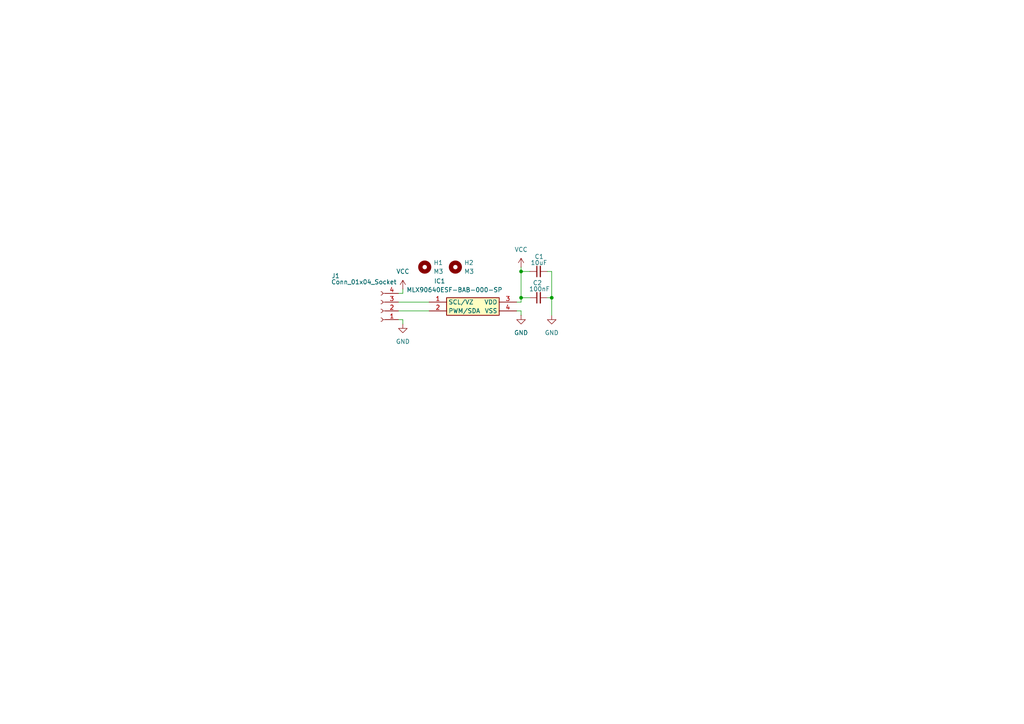
<source format=kicad_sch>
(kicad_sch (version 20250114) (generator "eeschema") (generator_version "9.0")
  (paper "A4")
  (lib_symbols
    (symbol "Connector:Conn_01x04_Socket" (pin_names (offset 1.016) (hide yes))
      (property "Reference" "J" (at 0 5.08 0))
      (property "Value" "Conn_01x04_Socket" (at 0 -7.62 0))
      (symbol "Conn_01x04_Socket_1_1"
        (polyline (pts (xy -1.27 2.54) (xy -0.508 2.54)) (stroke (width 0.1524)))
        (polyline (pts (xy -1.27 0) (xy -0.508 0)) (stroke (width 0.1524)))
        (polyline (pts (xy -1.27 -2.54) (xy -0.508 -2.54)) (stroke (width 0.1524)))
        (polyline (pts (xy -1.27 -5.08) (xy -0.508 -5.08)) (stroke (width 0.1524)))
        (arc (start 0 2.032) (mid -0.5058 2.54) (end 0 3.048) (stroke (width 0.1524)))
        (arc (start 0 -0.508) (mid -0.5058 0) (end 0 0.508) (stroke (width 0.1524)))
        (arc (start 0 -3.048) (mid -0.5058 -2.54) (end 0 -2.032) (stroke (width 0.1524)))
        (arc (start 0 -5.588) (mid -0.5058 -5.08) (end 0 -4.572) (stroke (width 0.1524)))
        (pin passive line (at -5.08 2.54 0) (length 3.81) (name "Pin_1") (number "1"))
        (pin passive line (at -5.08 0 0) (length 3.81) (name "Pin_2") (number "2"))
        (pin passive line (at -5.08 -2.54 0) (length 3.81) (name "Pin_3") (number "3"))
        (pin passive line (at -5.08 -5.08 0) (length 3.81) (name "Pin_4") (number "4"))
      )
    )
    (symbol "Device:C_Small" (pin_numbers (hide yes)) (pin_names (offset 0.254) (hide yes))
      (property "Reference" "C" (at 0.254 1.778 0))
      (property "Value" "C_Small" (at 0.254 -2.032 0))
      (symbol "C_Small_0_1"
        (polyline (pts (xy -1.524 0.508) (xy 1.524 0.508)) (stroke (width 0.3048)))
        (polyline (pts (xy -1.524 -0.508) (xy 1.524 -0.508)) (stroke (width 0.3302)))
      )
      (symbol "C_Small_1_1"
        (pin passive line (at 0 2.54 270) (length 2.032) (name "~") (number "1"))
        (pin passive line (at 0 -2.54 90) (length 2.032) (name "~") (number "2"))
      )
    )
    (symbol "Mechanical:MountingHole" (pin_names (offset 1.016))
      (property "Reference" "H" (at 0 5.08 0))
      (property "Value" "MountingHole" (at 0 3.175 0))
      (symbol "MountingHole_0_1"
        (circle (center 0 0) (radius 1.27) (stroke (width 1.27)))
      )
    )
    (symbol "SDM_SENSOR:MLX90614ESF-BAA-000-SP"
      (property "Reference" "IC" (at 26.67 15.24 0))
      (property "Value" "MLX90614ESF-BAA-000-SP" (at 26.67 12.7 0))
      (symbol "MLX90614ESF-BAA-000-SP_1_1"
        (rectangle (start 5.08 3.81) (end 20.32 -1.27) (stroke (width 0.254)) (fill (type background)))
        (pin passive line (at 0 2.54 0) (length 5.08) (name "SCL/VZ") (number "1"))
        (pin power_in line (at 0 0 0) (length 5.08) (name "PWM/SDA") (number "2"))
        (pin passive line (at 25.4 2.54 180) (length 5.08) (name "VDD") (number "3"))
        (pin power_in line (at 25.4 0 180) (length 5.08) (name "VSS") (number "4"))
      )
    )
    (symbol "power:GND" (power) (pin_numbers (hide yes)) (pin_names (offset 0) (hide yes))
      (property "Value" "GND" (at 0 -3.81 0))
      (symbol "GND_0_1"
        (polyline (pts (xy 0 0) (xy 0 -1.27) (xy 1.27 -1.27) (xy 0 -2.54) (xy -1.27 -1.27) (xy 0 -1.27)))
      )
      (symbol "GND_1_1"
        (pin power_in line (at 0 0 270) (length 0) (name "~") (number "1"))
      )
    )
    (symbol "power:VCC" (power) (pin_numbers (hide yes)) (pin_names (offset 0) (hide yes))
      (property "Value" "VCC" (at 0 3.556 0))
      (symbol "VCC_0_1"
        (polyline (pts (xy -0.762 1.27) (xy 0 2.54)))
        (polyline (pts (xy 0 2.54) (xy 0.762 1.27)))
        (polyline (pts (xy 0 0) (xy 0 2.54)))
      )
      (symbol "VCC_1_1"
        (pin power_in line (at 0 0 90) (length 0) (name "~") (number "1"))
      )
    )
  )
  (junction (at 151.13 86.36))
  (junction (at 160.02 86.36))
  (junction (at 151.13 78.74))
  (wire (pts (xy 160.02 78.74) (xy 158.75 78.74)))
  (wire (pts (xy 158.75 86.36) (xy 160.02 86.36)))
  (wire (pts (xy 149.86 90.17) (xy 151.13 90.17)))
  (wire (pts (xy 115.57 90.17) (xy 124.46 90.17)))
  (wire (pts (xy 151.13 86.36) (xy 153.67 86.36)))
  (wire (pts (xy 116.84 85.09) (xy 116.84 83.82)))
  (wire (pts (xy 160.02 91.44) (xy 160.02 86.36)))
  (wire (pts (xy 115.57 87.63) (xy 124.46 87.63)))
  (wire (pts (xy 115.57 85.09) (xy 116.84 85.09)))
  (wire (pts (xy 160.02 86.36) (xy 160.02 78.74)))
  (wire (pts (xy 149.86 87.63) (xy 151.13 87.63)))
  (wire (pts (xy 151.13 78.74) (xy 153.67 78.74)))
  (wire (pts (xy 151.13 87.63) (xy 151.13 86.36)))
  (wire (pts (xy 116.84 92.71) (xy 116.84 93.98)))
  (wire (pts (xy 115.57 92.71) (xy 116.84 92.71)))
  (wire (pts (xy 151.13 78.74) (xy 151.13 77.47)))
  (wire (pts (xy 151.13 86.36) (xy 151.13 78.74)))
  (wire (pts (xy 151.13 90.17) (xy 151.13 91.44)))
  (symbol (lib_id "power:VCC") (at 151.13 77.47 0) (unit 1)
    (property "Reference" "#PWR01" (effects (hide yes)))
    (property "Value" "VCC" (at 151.13 72.39 0))
    (property "Description" "Power symbol creates a global label with name \"VCC\"" (effects (hide yes)))
  )
  (symbol (lib_id "power:GND") (at 160.02 91.44 0) (unit 1)
    (property "Reference" "#PWR04" (effects (hide yes)))
    (property "Value" "GND" (at 160.02 96.52 0))
    (property "Description" "Power symbol creates a global label with name \"GND\" , ground" (effects (hide yes)))
  )
  (symbol (lib_id "Mechanical:MountingHole") (at 123.19 77.47 0) (unit 1)
    (property "Reference" "H1" (at 125.73 76.2 0) (effects (justify left)))
    (property "Value" "M3" (at 125.73 78.74 0) (effects (justify left)))
    (property "Footprint" "MountingHole:MountingHole_3.2mm_M3" (effects (hide yes)))
  )
  (symbol (lib_id "SDM_SENSOR:MLX90614ESF-BAA-000-SP") (at 124.46 90.17 0) (unit 1)
    (property "Reference" "IC1" (at 127.508 81.534 0))
    (property "Value" "MLX90640ESF-BAB-000-SP" (at 131.826 84.074 0))
    (property "Footprint" "MLX90614ESFBAA000TU" (effects (hide yes)))
    (property "Datasheet" "https://media.melexis.com/-/media/files/documents/datasheets/mlx90614-datasheet-melexis.pdf" (effects (hide yes)))
    (property "Description" "Board Mount Temperature Sensors Digital, plug & play, infrared thermometer in a TO-can" (effects (hide yes)))
    (property "Height" "4.25" (effects (hide yes)))
    (property "Mouser Part Number" "482-90614ESFBAA000SP" (effects (hide yes)))
    (property "Mouser Price/Stock" "https://mou.sr/3LXqiUk" (effects (hide yes)))
    (property "Manufacturer_Name" "Melexis" (effects (hide yes)))
    (property "Manufacturer_Part_Number" "MLX90614ESF-BAA-000-SP" (effects (hide yes)))
  )
  (symbol (lib_id "Device:C_Small") (at 156.21 78.74 90) (unit 1)
    (property "Reference" "C1" (at 157.734 74.422 90) (effects (justify left)))
    (property "Value" "10uF" (at 158.75 76.2 90) (effects (justify left)))
    (property "Footprint" "Capacitor_SMD:C_0603_1608Metric" (effects (hide yes)))
  )
  (symbol (lib_id "power:VCC") (at 116.84 83.82 0) (unit 1)
    (property "Reference" "#PWR02" (effects (hide yes)))
    (property "Value" "VCC" (at 116.84 78.74 0))
    (property "Description" "Power symbol creates a global label with name \"VCC\"" (effects (hide yes)))
  )
  (symbol (lib_id "power:GND") (at 116.84 93.98 0) (unit 1)
    (property "Reference" "#PWR05" (effects (hide yes)))
    (property "Value" "GND" (at 116.84 99.06 0))
    (property "Description" "Power symbol creates a global label with name \"GND\" , ground" (effects (hide yes)))
  )
  (symbol (lib_id "Device:C_Small") (at 156.21 86.36 90) (unit 1)
    (property "Reference" "C2" (at 157.226 82.042 90) (effects (justify left)))
    (property "Value" "100nF" (at 159.512 83.82 90) (effects (justify left)))
    (property "Footprint" "Capacitor_SMD:C_0603_1608Metric" (effects (hide yes)))
  )
  (symbol (lib_id "Connector:Conn_01x04_Socket") (at 110.49 90.17 180) (unit 1)
    (property "Reference" "J1" (at 98.552 80.01 0) (effects (justify left)))
    (property "Value" "Conn_01x04_Socket" (at 115.062 81.788 0) (effects (justify left)))
    (property "Footprint" "Connector_JST:JST_XH_S4B-XH-A_1x04_P2.50mm_Horizontal" (effects (hide yes)))
    (property "Description" "Generic connector, single row, 01x04, script generated" (effects (hide yes)))
  )
  (symbol (lib_id "power:GND") (at 151.13 91.44 0) (unit 1)
    (property "Reference" "#PWR03" (effects (hide yes)))
    (property "Value" "GND" (at 151.13 96.52 0))
    (property "Description" "Power symbol creates a global label with name \"GND\" , ground" (effects (hide yes)))
  )
  (symbol (lib_id "Mechanical:MountingHole") (at 132.08 77.47 0) (unit 1)
    (property "Reference" "H2" (at 134.62 76.2 0) (effects (justify left)))
    (property "Value" "M3" (at 134.62 78.74 0) (effects (justify left)))
    (property "Footprint" "MountingHole:MountingHole_3.2mm_M3" (effects (hide yes)))
  )
)
</source>
